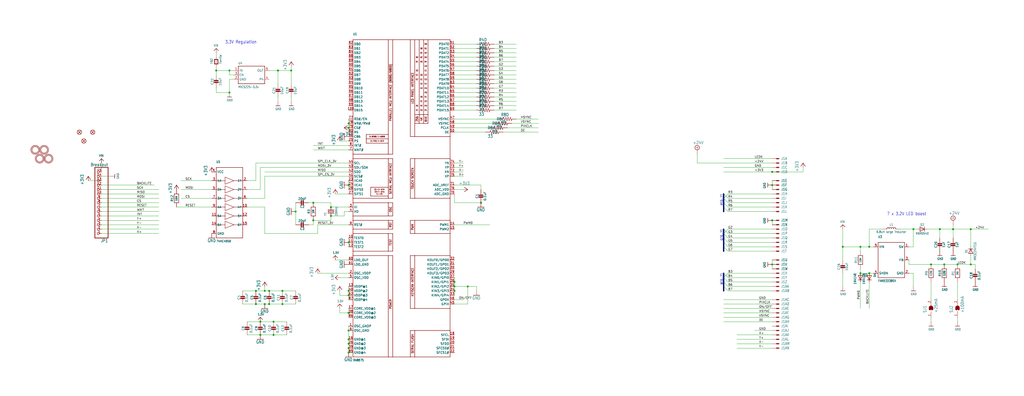
<source format=kicad_sch>
(kicad_sch (version 20230121) (generator eeschema)
  (paper "User" 589.483 228.143)
  (junction (at 200.66 167.64))
  (junction (at 541.02 132.08))
  (junction (at 500.38 142.24))
  (junction (at 180.34 116.84))
  (junction (at 444.5 127))
  (junction (at 444.5 99.06))
  (junction (at 200.66 73.66))
  (junction (at 157.48 185.42))
  (junction (at 485.14 142.24))
  (junction (at 200.66 106.68))
  (junction (at 495.3 142.24))
  (junction (at 167.64 40.64))
  (junction (at 162.56 175.26))
  (junction (at 154.94 167.64))
  (junction (at 558.8 152.4))
  (junction (at 147.32 175.26))
  (junction (at 269.24 165.1))
  (junction (at 261.62 165.1))
  (junction (at 276.86 116.84))
  (junction (at 132.08 53.34))
  (junction (at 154.94 175.26))
  (junction (at 152.4 175.26))
  (junction (at 261.62 162.56))
  (junction (at 200.66 170.18))
  (junction (at 200.66 198.12))
  (junction (at 149.86 193.04))
  (junction (at 200.66 139.7))
  (junction (at 261.62 167.64))
  (junction (at 543.56 152.4))
  (junction (at 558.8 132.08))
  (junction (at 525.78 132.08))
  (junction (at 162.56 167.64))
  (junction (at 551.18 152.4))
  (junction (at 147.32 167.64))
  (junction (at 495.3 157.48))
  (junction (at 444.5 152.4))
  (junction (at 170.18 121.92))
  (junction (at 200.66 71.12))
  (junction (at 152.4 167.64))
  (junction (at 200.66 200.66))
  (junction (at 149.86 185.42))
  (junction (at 444.5 106.68))
  (junction (at 200.66 195.58))
  (junction (at 548.64 132.08))
  (junction (at 160.02 40.64))
  (junction (at 190.5 119.38))
  (junction (at 200.66 190.5))
  (junction (at 124.46 40.64))
  (junction (at 180.34 127))
  (junction (at 200.66 180.34))
  (junction (at 535.94 152.4))
  (junction (at 190.5 124.46))
  (junction (at 200.66 203.2))
  (junction (at 157.48 193.04))
  (junction (at 132.08 40.64))
  (junction (at 500.38 157.48))
  (bus_entry (at 419.1 139.7) (size -2.54 -2.54))
  (bus_entry (at 419.1 160.02) (size -2.54 -2.54))
  (bus_entry (at 419.1 134.62) (size -2.54 -2.54))
  (bus_entry (at 419.1 157.48) (size -2.54 2.54))
  (bus_entry (at 419.1 162.56) (size -2.54 -2.54))
  (bus_entry (at 419.1 119.38) (size -2.54 -2.54))
  (bus_entry (at 419.1 137.16) (size -2.54 -2.54))
  (bus_entry (at 419.1 121.92) (size -2.54 -2.54))
  (bus_entry (at 419.1 144.78) (size -2.54 -2.54))
  (bus_entry (at 419.1 114.3) (size -2.54 -2.54))
  (bus_entry (at 419.1 111.76) (size -2.54 2.54))
  (bus_entry (at 419.1 116.84) (size -2.54 -2.54))
  (bus_entry (at 419.1 142.24) (size -2.54 -2.54))
  (bus_entry (at 419.1 165.1) (size -2.54 -2.54))
  (bus_entry (at 419.1 132.08) (size -2.54 2.54))
  (bus_entry (at 419.1 167.64) (size -2.54 -2.54))
  (wire (pts (xy 190.5 119.38) (xy 200.66 119.38)) (stroke (width 0.1524)))
  (wire (pts (xy 274.32 63.5) (xy 261.62 63.5)) (stroke (width 0.1524)))
  (wire (pts (xy 485.14 142.24) (xy 485.14 149.86)) (stroke (width 0.1524)))
  (wire (pts (xy 444.5 93.98) (xy 401.32 93.98)) (stroke (width 0.1524)))
  (wire (pts (xy 419.1 165.1) (xy 444.5 165.1)) (stroke (width 0.1524)))
  (wire (pts (xy 525.78 132.08) (xy 525.78 142.24)) (stroke (width 0.1524)))
  (bus (pts (xy 416.56 111.76) (xy 416.56 114.3)) (stroke (width 0.762)))
  (bus (pts (xy 416.56 157.48) (xy 416.56 160.02)) (stroke (width 0.762)))
  (wire (pts (xy 152.4 99.06) (xy 200.66 99.06)) (stroke (width 0.1524)))
  (wire (pts (xy 261.62 76.2) (xy 279.4 76.2)) (stroke (width 0.1524)))
  (wire (pts (xy 309.88 71.12) (xy 294.64 71.12)) (stroke (width 0.1524)))
  (wire (pts (xy 266.7 101.6) (xy 261.62 101.6)) (stroke (width 0.1524)))
  (wire (pts (xy 180.34 129.54) (xy 177.8 129.54)) (stroke (width 0.1524)))
  (wire (pts (xy 154.94 167.64) (xy 162.56 167.64)) (stroke (width 0.1524)))
  (wire (pts (xy 149.86 109.22) (xy 149.86 96.52)) (stroke (width 0.1524)))
  (wire (pts (xy 541.02 132.08) (xy 548.64 132.08)) (stroke (width 0.1524)))
  (wire (pts (xy 419.1 142.24) (xy 444.5 142.24)) (stroke (width 0.1524)))
  (wire (pts (xy 292.1 73.66) (xy 309.88 73.66)) (stroke (width 0.1524)))
  (wire (pts (xy 419.1 119.38) (xy 444.5 119.38)) (stroke (width 0.1524)))
  (wire (pts (xy 50.8 104.14) (xy 58.42 104.14)) (stroke (width 0.1524)))
  (wire (pts (xy 124.46 38.1) (xy 124.46 40.64)) (stroke (width 0.1524)))
  (wire (pts (xy 160.02 48.26) (xy 160.02 40.64)) (stroke (width 0.1524)))
  (wire (pts (xy 416.56 99.06) (xy 444.5 99.06)) (stroke (width 0.1524)))
  (wire (pts (xy 58.42 93.98) (xy 58.42 99.06)) (stroke (width 0.1524)))
  (wire (pts (xy 261.62 165.1) (xy 269.24 165.1)) (stroke (width 0.1524)))
  (wire (pts (xy 558.8 152.4) (xy 561.34 152.4)) (stroke (width 0.1524)))
  (bus (pts (xy 416.56 116.84) (xy 416.56 119.38)) (stroke (width 0.762)))
  (wire (pts (xy 266.7 99.06) (xy 261.62 99.06)) (stroke (width 0.1524)))
  (wire (pts (xy 261.62 116.84) (xy 276.86 116.84)) (stroke (width 0.1524)))
  (wire (pts (xy 419.1 121.92) (xy 444.5 121.92)) (stroke (width 0.1524)))
  (wire (pts (xy 274.32 25.4) (xy 261.62 25.4)) (stroke (width 0.1524)))
  (wire (pts (xy 297.18 55.88) (xy 284.48 55.88)) (stroke (width 0.1524)))
  (wire (pts (xy 200.66 200.66) (xy 200.66 203.2)) (stroke (width 0.1524)))
  (wire (pts (xy 274.32 45.72) (xy 261.62 45.72)) (stroke (width 0.1524)))
  (wire (pts (xy 124.46 30.48) (xy 124.46 33.02)) (stroke (width 0.1524)))
  (wire (pts (xy 444.5 180.34) (xy 416.56 180.34)) (stroke (width 0.1524)))
  (wire (pts (xy 170.18 121.92) (xy 170.18 129.54)) (stroke (width 0.1524)))
  (wire (pts (xy 462.28 99.06) (xy 462.28 96.52)) (stroke (width 0.1524)))
  (wire (pts (xy 274.32 43.18) (xy 261.62 43.18)) (stroke (width 0.1524)))
  (wire (pts (xy 274.32 33.02) (xy 261.62 33.02)) (stroke (width 0.1524)))
  (wire (pts (xy 444.5 182.88) (xy 416.56 182.88)) (stroke (width 0.1524)))
  (wire (pts (xy 261.62 162.56) (xy 261.62 165.1)) (stroke (width 0.1524)))
  (wire (pts (xy 58.42 124.46) (xy 91.44 124.46)) (stroke (width 0.1524)))
  (wire (pts (xy 419.1 157.48) (xy 444.5 157.48)) (stroke (width 0.1524)))
  (wire (pts (xy 274.32 55.88) (xy 261.62 55.88)) (stroke (width 0.1524)))
  (wire (pts (xy 147.32 167.64) (xy 152.4 167.64)) (stroke (width 0.1524)))
  (wire (pts (xy 134.62 43.18) (xy 132.08 43.18)) (stroke (width 0.1524)))
  (wire (pts (xy 297.18 60.96) (xy 284.48 60.96)) (stroke (width 0.1524)))
  (wire (pts (xy 444.5 99.06) (xy 462.28 99.06)) (stroke (width 0.1524)))
  (wire (pts (xy 63.5 101.6) (xy 58.42 101.6)) (stroke (width 0.1524)))
  (wire (pts (xy 444.5 96.52) (xy 416.56 96.52)) (stroke (width 0.1524)))
  (wire (pts (xy 200.66 170.18) (xy 200.66 172.72)) (stroke (width 0.1524)))
  (wire (pts (xy 142.24 119.38) (xy 152.4 119.38)) (stroke (width 0.1524)))
  (wire (pts (xy 309.88 68.58) (xy 297.18 68.58)) (stroke (width 0.1524)))
  (wire (pts (xy 200.66 137.16) (xy 200.66 139.7)) (stroke (width 0.1524)))
  (wire (pts (xy 523.24 149.86) (xy 523.24 152.4)) (stroke (width 0.1524)))
  (wire (pts (xy 167.64 55.88) (xy 167.64 58.42)) (stroke (width 0.1524)))
  (wire (pts (xy 180.34 127) (xy 190.5 127)) (stroke (width 0.1524)))
  (wire (pts (xy 535.94 185.42) (xy 535.94 182.88)) (stroke (width 0.1524)))
  (bus (pts (xy 416.56 119.38) (xy 416.56 121.92)) (stroke (width 0.762)))
  (wire (pts (xy 444.5 104.14) (xy 444.5 106.68)) (stroke (width 0.1524)))
  (wire (pts (xy 274.32 50.8) (xy 261.62 50.8)) (stroke (width 0.1524)))
  (wire (pts (xy 154.94 175.26) (xy 162.56 175.26)) (stroke (width 0.1524)))
  (wire (pts (xy 485.14 157.48) (xy 485.14 165.1)) (stroke (width 0.1524)))
  (bus (pts (xy 416.56 114.3) (xy 416.56 116.84)) (stroke (width 0.762)))
  (wire (pts (xy 200.66 195.58) (xy 200.66 198.12)) (stroke (width 0.1524)))
  (wire (pts (xy 297.18 43.18) (xy 284.48 43.18)) (stroke (width 0.1524)))
  (wire (pts (xy 142.24 104.14) (xy 147.32 104.14)) (stroke (width 0.1524)))
  (wire (pts (xy 200.66 180.34) (xy 200.66 182.88)) (stroke (width 0.1524)))
  (wire (pts (xy 195.58 170.18) (xy 200.66 170.18)) (stroke (width 0.1524)))
  (bus (pts (xy 416.56 142.24) (xy 416.56 144.78)) (stroke (width 0.762)))
  (wire (pts (xy 134.62 40.64) (xy 132.08 40.64)) (stroke (width 0.1524)))
  (bus (pts (xy 416.56 134.62) (xy 416.56 137.16)) (stroke (width 0.762)))
  (wire (pts (xy 190.5 127) (xy 190.5 124.46)) (stroke (width 0.1524)))
  (wire (pts (xy 558.8 147.32) (xy 558.8 152.4)) (stroke (width 0.1524)))
  (wire (pts (xy 419.1 132.08) (xy 444.5 132.08)) (stroke (width 0.1524)))
  (wire (pts (xy 152.4 134.62) (xy 182.88 134.62)) (stroke (width 0.1524)))
  (wire (pts (xy 543.56 152.4) (xy 551.18 152.4)) (stroke (width 0.1524)))
  (wire (pts (xy 190.5 116.84) (xy 190.5 119.38)) (stroke (width 0.1524)))
  (wire (pts (xy 200.66 198.12) (xy 200.66 200.66)) (stroke (width 0.1524)))
  (wire (pts (xy 152.4 119.38) (xy 152.4 134.62)) (stroke (width 0.1524)))
  (wire (pts (xy 274.32 165.1) (xy 274.32 167.64)) (stroke (width 0.1524)))
  (wire (pts (xy 200.66 129.54) (xy 182.88 129.54)) (stroke (width 0.1524)))
  (bus (pts (xy 416.56 139.7) (xy 416.56 142.24)) (stroke (width 0.762)))
  (wire (pts (xy 419.1 137.16) (xy 444.5 137.16)) (stroke (width 0.1524)))
  (wire (pts (xy 444.5 175.26) (xy 416.56 175.26)) (stroke (width 0.1524)))
  (wire (pts (xy 134.62 45.72) (xy 132.08 45.72)) (stroke (width 0.1524)))
  (wire (pts (xy 132.08 45.72) (xy 132.08 53.34)) (stroke (width 0.1524)))
  (wire (pts (xy 104.14 114.3) (xy 121.92 114.3)) (stroke (width 0.1524)))
  (wire (pts (xy 167.64 40.64) (xy 167.64 38.1)) (stroke (width 0.1524)))
  (wire (pts (xy 502.92 157.48) (xy 500.38 157.48)) (stroke (width 0.1524)))
  (wire (pts (xy 182.88 134.62) (xy 182.88 129.54)) (stroke (width 0.1524)))
  (wire (pts (xy 177.8 116.84) (xy 180.34 116.84)) (stroke (width 0.1524)))
  (wire (pts (xy 200.66 165.1) (xy 200.66 167.64)) (stroke (width 0.1524)))
  (wire (pts (xy 535.94 172.72) (xy 535.94 162.56)) (stroke (width 0.1524)))
  (wire (pts (xy 500.38 132.08) (xy 508 132.08)) (stroke (width 0.1524)))
  (wire (pts (xy 444.5 129.54) (xy 444.5 127)) (stroke (width 0.1524)))
  (wire (pts (xy 444.5 195.58) (xy 424.18 195.58)) (stroke (width 0.1524)))
  (bus (pts (xy 416.56 132.08) (xy 416.56 134.62)) (stroke (width 0.762)))
  (wire (pts (xy 58.42 106.68) (xy 88.9 106.68)) (stroke (width 0.1524)))
  (wire (pts (xy 444.5 190.5) (xy 434.34 190.5)) (stroke (width 0.1524)))
  (wire (pts (xy 297.18 63.5) (xy 284.48 63.5)) (stroke (width 0.1524)))
  (wire (pts (xy 142.24 109.22) (xy 149.86 109.22)) (stroke (width 0.1524)))
  (wire (pts (xy 261.62 73.66) (xy 281.94 73.66)) (stroke (width 0.1524)))
  (wire (pts (xy 195.58 180.34) (xy 200.66 180.34)) (stroke (width 0.1524)))
  (wire (pts (xy 142.24 185.42) (xy 149.86 185.42)) (stroke (width 0.1524)))
  (wire (pts (xy 58.42 119.38) (xy 91.44 119.38)) (stroke (width 0.1524)))
  (bus (pts (xy 416.56 160.02) (xy 416.56 162.56)) (stroke (width 0.762)))
  (wire (pts (xy 551.18 152.4) (xy 558.8 152.4)) (stroke (width 0.1524)))
  (wire (pts (xy 297.18 58.42) (xy 284.48 58.42)) (stroke (width 0.1524)))
  (wire (pts (xy 274.32 60.96) (xy 261.62 60.96)) (stroke (width 0.1524)))
  (wire (pts (xy 274.32 53.34) (xy 261.62 53.34)) (stroke (width 0.1524)))
  (wire (pts (xy 500.38 142.24) (xy 495.3 142.24)) (stroke (width 0.1524)))
  (wire (pts (xy 200.66 139.7) (xy 200.66 142.24)) (stroke (width 0.1524)))
  (wire (pts (xy 124.46 53.34) (xy 132.08 53.34)) (stroke (width 0.1524)))
  (wire (pts (xy 190.5 124.46) (xy 198.12 124.46)) (stroke (width 0.1524)))
  (wire (pts (xy 297.18 50.8) (xy 284.48 50.8)) (stroke (width 0.1524)))
  (wire (pts (xy 419.1 116.84) (xy 444.5 116.84)) (stroke (width 0.1524)))
  (wire (pts (xy 261.62 172.72) (xy 266.7 172.72)) (stroke (width 0.1524)))
  (wire (pts (xy 200.66 167.64) (xy 200.66 170.18)) (stroke (width 0.1524)))
  (wire (pts (xy 195.58 177.8) (xy 195.58 180.34)) (stroke (width 0.1524)))
  (wire (pts (xy 152.4 167.64) (xy 154.94 167.64)) (stroke (width 0.1524)))
  (wire (pts (xy 551.18 162.56) (xy 551.18 172.72)) (stroke (width 0.1524)))
  (wire (pts (xy 261.62 111.76) (xy 261.62 116.84)) (stroke (width 0.1524)))
  (wire (pts (xy 162.56 175.26) (xy 170.18 175.26)) (stroke (width 0.1524)))
  (wire (pts (xy 485.14 142.24) (xy 485.14 132.08)) (stroke (width 0.1524)))
  (wire (pts (xy 261.62 68.58) (xy 287.02 68.58)) (stroke (width 0.1524)))
  (wire (pts (xy 160.02 55.88) (xy 160.02 58.42)) (stroke (width 0.1524)))
  (wire (pts (xy 266.7 109.22) (xy 261.62 109.22)) (stroke (width 0.1524)))
  (wire (pts (xy 541.02 137.16) (xy 541.02 132.08)) (stroke (width 0.1524)))
  (wire (pts (xy 58.42 127) (xy 91.44 127)) (stroke (width 0.1524)))
  (bus (pts (xy 416.56 162.56) (xy 416.56 165.1)) (stroke (width 0.762)))
  (wire (pts (xy 142.24 114.3) (xy 152.4 114.3)) (stroke (width 0.1524)))
  (wire (pts (xy 274.32 48.26) (xy 261.62 48.26)) (stroke (width 0.1524)))
  (wire (pts (xy 269.24 165.1) (xy 274.32 165.1)) (stroke (width 0.1524)))
  (wire (pts (xy 274.32 40.64) (xy 261.62 40.64)) (stroke (width 0.1524)))
  (wire (pts (xy 535.94 152.4) (xy 543.56 152.4)) (stroke (width 0.1524)))
  (wire (pts (xy 180.34 116.84) (xy 190.5 116.84)) (stroke (width 0.1524)))
  (wire (pts (xy 124.46 50.8) (xy 124.46 53.34)) (stroke (width 0.1524)))
  (wire (pts (xy 58.42 109.22) (xy 91.44 109.22)) (stroke (width 0.1524)))
  (wire (pts (xy 419.1 111.76) (xy 444.5 111.76)) (stroke (width 0.1524)))
  (wire (pts (xy 548.64 132.08) (xy 558.8 132.08)) (stroke (width 0.1524)))
  (wire (pts (xy 274.32 27.94) (xy 261.62 27.94)) (stroke (width 0.1524)))
  (wire (pts (xy 419.1 160.02) (xy 444.5 160.02)) (stroke (width 0.1524)))
  (wire (pts (xy 200.66 104.14) (xy 200.66 106.68)) (stroke (width 0.1524)))
  (wire (pts (xy 200.66 111.76) (xy 193.04 111.76)) (stroke (width 0.1524)))
  (wire (pts (xy 182.88 157.48) (xy 200.66 157.48)) (stroke (width 0.1524)))
  (wire (pts (xy 147.32 93.98) (xy 200.66 93.98)) (stroke (width 0.1524)))
  (wire (pts (xy 500.38 162.56) (xy 500.38 177.8)) (stroke (width 0.1524)))
  (wire (pts (xy 274.32 35.56) (xy 261.62 35.56)) (stroke (width 0.1524)))
  (wire (pts (xy 533.4 132.08) (xy 541.02 132.08)) (stroke (width 0.1524)))
  (wire (pts (xy 444.5 200.66) (xy 424.18 200.66)) (stroke (width 0.1524)))
  (wire (pts (xy 495.3 144.78) (xy 495.3 142.24)) (stroke (width 0.1524)))
  (wire (pts (xy 266.7 96.52) (xy 261.62 96.52)) (stroke (width 0.1524)))
  (wire (pts (xy 558.8 142.24) (xy 558.8 132.08)) (stroke (width 0.1524)))
  (wire (pts (xy 276.86 106.68) (xy 276.86 109.22)) (stroke (width 0.1524)))
  (wire (pts (xy 297.18 40.64) (xy 284.48 40.64)) (stroke (width 0.1524)))
  (wire (pts (xy 419.1 162.56) (xy 444.5 162.56)) (stroke (width 0.1524)))
  (wire (pts (xy 269.24 175.26) (xy 269.24 165.1)) (stroke (width 0.1524)))
  (wire (pts (xy 152.4 114.3) (xy 152.4 101.6)) (stroke (width 0.1524)))
  (wire (pts (xy 139.7 175.26) (xy 147.32 175.26)) (stroke (width 0.1524)))
  (wire (pts (xy 444.5 172.72) (xy 416.56 172.72)) (stroke (width 0.1524)))
  (wire (pts (xy 58.42 129.54) (xy 91.44 129.54)) (stroke (width 0.1524)))
  (wire (pts (xy 444.5 198.12) (xy 424.18 198.12)) (stroke (width 0.1524)))
  (wire (pts (xy 124.46 40.64) (xy 124.46 43.18)) (stroke (width 0.1524)))
  (wire (pts (xy 500.38 157.48) (xy 495.3 157.48)) (stroke (width 0.1524)))
  (wire (pts (xy 58.42 114.3) (xy 91.44 114.3)) (stroke (width 0.1524)))
  (wire (pts (xy 200.66 71.12) (xy 200.66 73.66)) (stroke (width 0.1524)))
  (wire (pts (xy 200.66 83.82) (xy 180.34 83.82)) (stroke (width 0.1524)))
  (bus (pts (xy 416.56 165.1) (xy 416.56 167.64)) (stroke (width 0.762)))
  (wire (pts (xy 147.32 175.26) (xy 152.4 175.26)) (stroke (width 0.1524)))
  (wire (pts (xy 195.58 167.64) (xy 195.58 170.18)) (stroke (width 0.1524)))
  (wire (pts (xy 297.18 27.94) (xy 284.48 27.94)) (stroke (width 0.1524)))
  (wire (pts (xy 266.7 93.98) (xy 261.62 93.98)) (stroke (width 0.1524)))
  (wire (pts (xy 261.62 71.12) (xy 284.48 71.12)) (stroke (width 0.1524)))
  (wire (pts (xy 132.08 40.64) (xy 124.46 40.64)) (stroke (width 0.1524)))
  (wire (pts (xy 561.34 152.4) (xy 561.34 154.94)) (stroke (width 0.1524)))
  (wire (pts (xy 274.32 30.48) (xy 261.62 30.48)) (stroke (width 0.1524)))
  (wire (pts (xy 419.1 114.3) (xy 444.5 114.3)) (stroke (width 0.1524)))
  (wire (pts (xy 152.4 101.6) (xy 200.66 101.6)) (stroke (width 0.1524)))
  (wire (pts (xy 180.34 86.36) (xy 200.66 86.36)) (stroke (width 0.1524)))
  (wire (pts (xy 180.34 127) (xy 180.34 129.54)) (stroke (width 0.1524)))
  (wire (pts (xy 297.18 45.72) (xy 284.48 45.72)) (stroke (width 0.1524)))
  (wire (pts (xy 195.58 160.02) (xy 200.66 160.02)) (stroke (width 0.1524)))
  (wire (pts (xy 157.48 185.42) (xy 165.1 185.42)) (stroke (width 0.1524)))
  (wire (pts (xy 200.66 68.58) (xy 200.66 71.12)) (stroke (width 0.1524)))
  (wire (pts (xy 149.86 96.52) (xy 200.66 96.52)) (stroke (width 0.1524)))
  (wire (pts (xy 525.78 157.48) (xy 525.78 165.1)) (stroke (width 0.1524)))
  (wire (pts (xy 419.1 134.62) (xy 444.5 134.62)) (stroke (width 0.1524)))
  (wire (pts (xy 157.48 193.04) (xy 149.86 193.04)) (stroke (width 0.1524)))
  (wire (pts (xy 500.38 142.24) (xy 500.38 132.08)) (stroke (width 0.1524)))
  (wire (pts (xy 551.18 182.88) (xy 551.18 185.42)) (stroke (width 0.1524)))
  (wire (pts (xy 525.78 132.08) (xy 528.32 132.08)) (stroke (width 0.1524)))
  (wire (pts (xy 444.5 154.94) (xy 444.5 152.4)) (stroke (width 0.1524)))
  (bus (pts (xy 416.56 137.16) (xy 416.56 139.7)) (stroke (width 0.762)))
  (wire (pts (xy 149.86 193.04) (xy 142.24 193.04)) (stroke (width 0.1524)))
  (wire (pts (xy 58.42 134.62) (xy 91.44 134.62)) (stroke (width 0.1524)))
  (wire (pts (xy 121.92 104.14) (xy 104.14 104.14)) (stroke (width 0.1524)))
  (wire (pts (xy 198.12 124.46) (xy 198.12 121.92)) (stroke (width 0.1524)))
  (wire (pts (xy 297.18 35.56) (xy 284.48 35.56)) (stroke (width 0.1524)))
  (wire (pts (xy 200.66 187.96) (xy 200.66 190.5)) (stroke (width 0.1524)))
  (wire (pts (xy 152.4 175.26) (xy 154.94 175.26)) (stroke (width 0.1524)))
  (wire (pts (xy 297.18 25.4) (xy 284.48 25.4)) (stroke (width 0.1524)))
  (wire (pts (xy 157.48 193.04) (xy 165.1 193.04)) (stroke (width 0.1524)))
  (wire (pts (xy 154.94 40.64) (xy 160.02 40.64)) (stroke (width 0.1524)))
  (wire (pts (xy 200.66 177.8) (xy 200.66 180.34)) (stroke (width 0.1524)))
  (wire (pts (xy 495.3 142.24) (xy 485.14 142.24)) (stroke (width 0.1524)))
  (wire (pts (xy 193.04 149.86) (xy 200.66 149.86)) (stroke (width 0.1524)))
  (wire (pts (xy 502.92 142.24) (xy 500.38 142.24)) (stroke (width 0.1524)))
  (wire (pts (xy 261.62 160.02) (xy 261.62 162.56)) (stroke (width 0.1524)))
  (wire (pts (xy 297.18 48.26) (xy 284.48 48.26)) (stroke (width 0.1524)))
  (wire (pts (xy 101.6 119.38) (xy 121.92 119.38)) (stroke (width 0.1524)))
  (wire (pts (xy 495.3 162.56) (xy 495.3 177.8)) (stroke (width 0.1524)))
  (wire (pts (xy 274.32 58.42) (xy 261.62 58.42)) (stroke (width 0.1524)))
  (wire (pts (xy 261.62 129.54) (xy 281.94 129.54)) (stroke (width 0.1524)))
  (wire (pts (xy 104.14 109.22) (xy 121.92 109.22)) (stroke (width 0.1524)))
  (wire (pts (xy 58.42 116.84) (xy 91.44 116.84)) (stroke (width 0.1524)))
  (wire (pts (xy 419.1 144.78) (xy 444.5 144.78)) (stroke (width 0.1524)))
  (wire (pts (xy 548.64 137.16) (xy 548.64 132.08)) (stroke (width 0.1524)))
  (wire (pts (xy 525.78 142.24) (xy 523.24 142.24)) (stroke (width 0.1524)))
  (wire (pts (xy 297.18 33.02) (xy 284.48 33.02)) (stroke (width 0.1524)))
  (wire (pts (xy 261.62 165.1) (xy 261.62 167.64)) (stroke (width 0.1524)))
  (wire (pts (xy 58.42 111.76) (xy 91.44 111.76)) (stroke (width 0.1524)))
  (wire (pts (xy 518.16 132.08) (xy 525.78 132.08)) (stroke (width 0.1524)))
  (wire (pts (xy 444.5 185.42) (xy 416.56 185.42)) (stroke (width 0.1524)))
  (wire (pts (xy 152.4 165.1) (xy 152.4 167.64)) (stroke (width 0.1524)))
  (wire (pts (xy 200.66 73.66) (xy 200.66 76.2)) (stroke (width 0.1524)))
  (wire (pts (xy 147.32 104.14) (xy 147.32 93.98)) (stroke (width 0.1524)))
  (wire (pts (xy 200.66 190.5) (xy 200.66 195.58)) (stroke (width 0.1524)))
  (wire (pts (xy 297.18 53.34) (xy 284.48 53.34)) (stroke (width 0.1524)))
  (wire (pts (xy 523.24 157.48) (xy 525.78 157.48)) (stroke (width 0.1524)))
  (wire (pts (xy 195.58 81.28) (xy 200.66 81.28)) (stroke (width 0.1524)))
  (wire (pts (xy 132.08 43.18) (xy 132.08 40.64)) (stroke (width 0.1524)))
  (wire (pts (xy 495.3 157.48) (xy 495.3 154.94)) (stroke (width 0.1524)))
  (wire (pts (xy 309.88 76.2) (xy 289.56 76.2)) (stroke (width 0.1524)))
  (wire (pts (xy 444.5 193.04) (xy 424.18 193.04)) (stroke (width 0.1524)))
  (wire (pts (xy 139.7 167.64) (xy 147.32 167.64)) (stroke (width 0.1524)))
  (wire (pts (xy 558.8 132.08) (xy 568.96 132.08)) (stroke (width 0.1524)))
  (wire (pts (xy 444.5 91.44) (xy 416.56 91.44)) (stroke (width 0.1524)))
  (wire (pts (xy 261.62 167.64) (xy 261.62 170.18)) (stroke (width 0.1524)))
  (wire (pts (xy 200.66 106.68) (xy 200.66 109.22)) (stroke (width 0.1524)))
  (wire (pts (xy 444.5 177.8) (xy 416.56 177.8)) (stroke (width 0.1524)))
  (wire (pts (xy 162.56 167.64) (xy 170.18 167.64)) (stroke (width 0.1524)))
  (wire (pts (xy 419.1 167.64) (xy 444.5 167.64)) (stroke (width 0.1524)))
  (wire (pts (xy 160.02 40.64) (xy 167.64 40.64)) (stroke (width 0.1524)))
  (wire (pts (xy 419.1 139.7) (xy 444.5 139.7)) (stroke (width 0.1524)))
  (wire (pts (xy 297.18 30.48) (xy 284.48 30.48)) (stroke (width 0.1524)))
  (wire (pts (xy 149.86 185.42) (xy 157.48 185.42)) (stroke (width 0.1524)))
  (wire (pts (xy 297.18 38.1) (xy 284.48 38.1)) (stroke (width 0.1524)))
  (wire (pts (xy 170.18 116.84) (xy 170.18 121.92)) (stroke (width 0.1524)))
  (wire (pts (xy 444.5 106.68) (xy 444.5 109.22)) (stroke (width 0.1524)))
  (wire (pts (xy 198.12 121.92) (xy 200.66 121.92)) (stroke (width 0.1524)))
  (wire (pts (xy 261.62 175.26) (xy 269.24 175.26)) (stroke (width 0.1524)))
  (wire (pts (xy 401.32 88.9) (xy 401.32 93.98)) (stroke (width 0.1524)))
  (wire (pts (xy 548.64 129.54) (xy 548.64 132.08)) (stroke (width 0.1524)))
  (wire (pts (xy 58.42 121.92) (xy 91.44 121.92)) (stroke (width 0.1524)))
  (wire (pts (xy 444.5 152.4) (xy 444.5 149.86)) (stroke (width 0.1524)))
  (wire (pts (xy 261.62 106.68) (xy 276.86 106.68)) (stroke (width 0.1524)))
  (wire (pts (xy 523.24 152.4) (xy 535.94 152.4)) (stroke (width 0.1524)))
  (wire (pts (xy 167.64 40.64) (xy 167.64 48.26)) (stroke (width 0.1524)))
  (wire (pts (xy 274.32 38.1) (xy 261.62 38.1)) (stroke (width 0.1524)))
  (wire (pts (xy 58.42 132.08) (xy 91.44 132.08)) (stroke (width 0.1524)))
  (text "3.3V Regulation" (at 129.54 25.4 0) (effects (font (size 1.778 1.5113)) (justify left bottom)))
  (text "7 x 3.2V LED boost" (at 510.54 124.46 0) (effects (font (size 1.778 1.5113)) (justify left bottom)))
  (label "CS" (at 78.74 116.84 0) (effects (font (size 1.2446 1.2446))))
  (label "HSYNC" (at 299.72 68.58 0) (effects (font (size 1.2446 1.2446))))
  (label "SPI_CS_3V" (at 182.88 101.6 0) (effects (font (size 1.2446 1.2446))))
  (label "DE" (at 299.72 76.2 0) (effects (font (size 1.2446 1.2446))))
  (label "+24V" (at 434.34 93.98 0) (effects (font (size 1.2446 1.2446))))
  (label "R4" (at 287.02 55.88 0) (effects (font (size 1.2446 1.2446))))
  (label "INT" (at 182.88 83.82 0) (effects (font (size 1.2446 1.2446))))
  (label "G7" (at 287.02 50.8 0) (effects (font (size 1.2446 1.2446))))
  (label "G5" (at 419.1 139.7 0) (effects (font (size 1.2446 1.2446))))
  (label "X+" (at 78.74 134.62 0) (effects (font (size 1.2446 1.2446))))
  (label "X+" (at 264.16 101.6 0) (effects (font (size 1.2446 1.2446))))
  (label "RESET_3V" (at 182.88 129.54 0) (effects (font (size 1.2446 1.2446))))
  (label "+24V" (at 561.34 132.08 0) (effects (font (size 1.2446 1.2446))))
  (label "G5" (at 287.02 45.72 0) (effects (font (size 1.2446 1.2446))))
  (label "B3" (at 419.1 157.48 0) (effects (font (size 1.2446 1.2446))))
  (label "R6" (at 419.1 119.38 0) (effects (font (size 1.2446 1.2446))))
  (label "X-" (at 436.88 198.12 0) (effects (font (size 1.2446 1.2446))))
  (label "R[0..7]" (at 416.56 111.76 270) (effects (font (size 1.2446 1.2446))))
  (label "BACKLITE" (at 500.38 175.26 90) (effects (font (size 1.2446 1.2446))))
  (label "G4" (at 287.02 43.18 0) (effects (font (size 1.2446 1.2446))))
  (label "B7" (at 419.1 167.64 0) (effects (font (size 1.2446 1.2446))))
  (label "LEDK" (at 434.34 91.44 0) (effects (font (size 1.2446 1.2446))))
  (label "G[0..7]" (at 416.56 132.08 270) (effects (font (size 1.2446 1.2446))))
  (label "G7" (at 419.1 144.78 0) (effects (font (size 1.2446 1.2446))))
  (label "Y+" (at 78.74 127 0) (effects (font (size 1.2446 1.2446))))
  (label "GND" (at 436.88 172.72 0) (effects (font (size 1.2446 1.2446))))
  (label "GND" (at 436.88 190.5 0) (effects (font (size 1.2446 1.2446))))
  (label "Y-" (at 264.16 93.98 0) (effects (font (size 1.2446 1.2446))))
  (label "R7" (at 419.1 121.92 0) (effects (font (size 1.2446 1.2446))))
  (label "B3" (at 287.02 25.4 0) (effects (font (size 1.2446 1.2446))))
  (label "G6" (at 287.02 48.26 0) (effects (font (size 1.2446 1.2446))))
  (label "WAIT" (at 78.74 121.92 0) (effects (font (size 1.2446 1.2446))))
  (label "Y+" (at 436.88 195.58 0) (effects (font (size 1.2446 1.2446))))
  (label "R3" (at 287.02 53.34 0) (effects (font (size 1.2446 1.2446))))
  (label "B4" (at 419.1 160.02 0) (effects (font (size 1.2446 1.2446))))
  (label "G2" (at 287.02 38.1 0) (effects (font (size 1.2446 1.2446))))
  (label "R6" (at 287.02 60.96 0) (effects (font (size 1.2446 1.2446))))
  (label "G3" (at 419.1 134.62 0) (effects (font (size 1.2446 1.2446))))
  (label "G4" (at 419.1 137.16 0) (effects (font (size 1.2446 1.2446))))
  (label "VSYNC" (at 436.88 182.88 0) (effects (font (size 1.2446 1.2446))))
  (label "X-" (at 264.16 99.06 0) (effects (font (size 1.2446 1.2446))))
  (label "G2" (at 419.1 132.08 0) (effects (font (size 1.2446 1.2446))))
  (label "MOSI" (at 78.74 114.3 0) (effects (font (size 1.2446 1.2446))))
  (label "R3" (at 419.1 111.76 0) (effects (font (size 1.2446 1.2446))))
  (label "MISO" (at 78.74 111.76 0) (effects (font (size 1.2446 1.2446))))
  (label "SCK" (at 78.74 109.22 0) (effects (font (size 1.2446 1.2446))))
  (label "B6" (at 287.02 33.02 0) (effects (font (size 1.2446 1.2446))))
  (label "ON/OFF" (at 264.16 172.72 0) (effects (font (size 1.2446 1.2446))))
  (label "B5" (at 419.1 162.56 0) (effects (font (size 1.2446 1.2446))))
  (label "Y+" (at 264.16 96.52 0) (effects (font (size 1.2446 1.2446))))
  (label "VSYNC" (at 299.72 71.12 0) (effects (font (size 1.2446 1.2446))))
  (label "Y-" (at 436.88 200.66 0) (effects (font (size 1.2446 1.2446))))
  (label "GND" (at 434.34 96.52 0) (effects (font (size 1.2446 1.2446))))
  (label "R4" (at 419.1 114.3 0) (effects (font (size 1.2446 1.2446))))
  (label "WAIT" (at 182.88 86.36 0) (effects (font (size 1.2446 1.2446))))
  (label "B5" (at 287.02 30.48 0) (effects (font (size 1.2446 1.2446))))
  (label "X+" (at 436.88 193.04 0) (effects (font (size 1.2446 1.2446))))
  (label "+3V3" (at 434.34 99.06 0) (effects (font (size 1.2446 1.2446))))
  (label "R5" (at 287.02 58.42 0) (effects (font (size 1.2446 1.2446))))
  (label "HSYNC" (at 436.88 180.34 0) (effects (font (size 1.2446 1.2446))))
  (label "PIXCLK" (at 436.88 175.26 0) (effects (font (size 1.2446 1.2446))))
  (label "INT" (at 78.74 124.46 0) (effects (font (size 1.2446 1.2446))))
  (label "R5" (at 419.1 116.84 0) (effects (font (size 1.2446 1.2446))))
  (label "B[0..7]" (at 416.56 157.48 270) (effects (font (size 1.2446 1.2446))))
  (label "R7" (at 287.02 63.5 0) (effects (font (size 1.2446 1.2446))))
  (label "PIXCLK" (at 299.72 73.66 0) (effects (font (size 1.2446 1.2446))))
  (label "PWM0" (at 495.3 172.72 90) (effects (font (size 1.2446 1.2446))))
  (label "PWM0" (at 266.7 129.54 0) (effects (font (size 1.2446 1.2446))))
  (label "X-" (at 78.74 132.08 0) (effects (font (size 1.2446 1.2446))))
  (label "MOSI_3V" (at 182.88 96.52 0) (effects (font (size 1.2446 1.2446))))
  (label "G6" (at 419.1 142.24 0) (effects (font (size 1.2446 1.2446))))
  (label "ON/OFF" (at 436.88 177.8 0) (effects (font (size 1.2446 1.2446))))
  (label "B7" (at 287.02 35.56 0) (effects (font (size 1.2446 1.2446))))
  (label "MOSI" (at 106.68 109.22 0) (effects (font (size 1.2446 1.2446))))
  (label "RESET" (at 106.68 119.38 0) (effects (font (size 1.2446 1.2446))))
  (label "CS" (at 106.68 114.3 0) (effects (font (size 1.2446 1.2446))))
  (label "BACKLITE" (at 78.74 106.68 0) (effects (font (size 1.2446 1.2446))))
  (label "B6" (at 419.1 165.1 0) (effects (font (size 1.2446 1.2446))))
  (label "G3" (at 287.02 40.64 0) (effects (font (size 1.2446 1.2446))))
  (label "DE" (at 436.88 185.42 0) (effects (font (size 1.2446 1.2446))))
  (label "MISO" (at 182.88 99.06 0) (effects (font (size 1.2446 1.2446))))
  (label "B4" (at 287.02 27.94 0) (effects (font (size 1.2446 1.2446))))
  (label "RESET" (at 78.74 119.38 0) (effects (font (size 1.2446 1.2446))))
  (label "SCK" (at 106.68 104.14 0) (effects (font (size 1.2446 1.2446))))
  (label "LEDK" (at 551.18 152.4 0) (effects (font (size 1.2446 1.2446))))
  (label "Y-" (at 78.74 129.54 0) (effects (font (size 1.2446 1.2446))))
  (label "SPI_CLK_3V" (at 182.88 93.98 0) (effects (font (size 1.2446 1.2446))))
  (symbol (lib_id "working-eagle-import:RESISTOR_4PACK_US") (at 279.4 30.48 0) (unit 2)
    (property "Reference" "R4" (at 275.59 28.9814 0) (effects (font (size 1.778 1.5113)) (justify left bottom)))
    (property "Value" "33" (at 275.59 33.782 0) (effects (font (size 1.778 1.5113)) (justify left bottom)))
    (property "Footprint" "working:RESPACK_4X0603" (effects hide))
  )
  (symbol (lib_id "working-eagle-import:+24V") (at 401.32 86.36 0) (unit 1)
    (property "Reference" "#SUPPLY4" (effects hide))
    (property "Value" "+24V" (at 398.78 83.185 0) (effects (font (size 1.778 1.5113)) (justify left bottom)))
  )
  (symbol (lib_id "working-eagle-import:CAP_CERAMIC0805-NOOUTLINE") (at 165.1 190.5 0) (unit 1)
    (property "Reference" "C12" (at 162.81 189.25 90))
    (property "Value" "0.1uF" (at 167.4 189.25 90))
    (property "Footprint" "working:0805-NO" (effects hide))
  )
  (symbol (lib_id "working-eagle-import:supply1_GND") (at 198.12 152.4 270) (unit 1)
    (property "Reference" "#GND2" (effects hide))
    (property "Value" "GND" (at 195.58 149.86 0) (effects (font (size 1.778 1.5113)) (justify left bottom)))
  )
  (symbol (lib_id "working-eagle-import:+3V3") (at 167.64 35.56 0) (unit 1)
    (property "Reference" "#+3V12" (effects hide))
    (property "Value" "+3V3" (at 165.1 40.64 90) (effects (font (size 1.778 1.5113)) (justify left bottom)))
  )
  (symbol (lib_id "working-eagle-import:40PINFPC4-1734839-0") (at 447.04 187.96 0) (unit 35)
    (property "Reference" "J1" (at 449.58 188.722 0) (effects (font (size 1.524 1.2954)) (justify left bottom)))
    (property "Value" "40PINFPC4-1734839-0" (effects hide))
    (property "Footprint" "working:4-1734839-0" (effects hide))
  )
  (symbol (lib_id "working-eagle-import:40PINFPC4-1734839-0") (at 447.04 162.56 0) (unit 26)
    (property "Reference" "J1" (at 449.58 163.322 0) (effects (font (size 1.524 1.2954)) (justify left bottom)))
    (property "Value" "40PINFPC4-1734839-0" (effects hide))
    (property "Footprint" "working:4-1734839-0" (effects hide))
  )
  (symbol (lib_id "working-eagle-import:supply1_GND") (at 167.64 121.92 270) (unit 1)
    (property "Reference" "#GND7" (effects hide))
    (property "Value" "GND" (at 165.1 119.38 0) (effects (font (size 1.778 1.5113)) (justify left bottom)))
  )
  (symbol (lib_id "working-eagle-import:RESISTOR_4PACK_US") (at 279.4 38.1 0) (unit 3)
    (property "Reference" "R5" (at 275.59 36.6014 0) (effects (font (size 1.778 1.5113)) (justify left bottom)))
    (property "Value" "33" (at 275.59 41.402 0) (effects (font (size 1.778 1.5113)) (justify left bottom)))
    (property "Footprint" "working:RESPACK_4X0603" (effects hide))
  )
  (symbol (lib_id "working-eagle-import:supply1_GND") (at 200.66 205.74 0) (unit 1)
    (property "Reference" "#GND1" (effects hide))
    (property "Value" "GND" (at 198.12 208.28 0) (effects (font (size 1.778 1.5113)) (justify left bottom)))
  )
  (symbol (lib_id "working-eagle-import:+3V3") (at 50.8 101.6 0) (unit 1)
    (property "Reference" "#+3V8" (effects hide))
    (property "Value" "+3V3" (at 48.26 106.68 90) (effects (font (size 1.778 1.5113)) (justify left bottom)))
  )
  (symbol (lib_id "working-eagle-import:1.5V") (at 193.04 160.02 90) (unit 1)
    (property "Reference" "#U$2" (effects hide))
    (property "Value" "1.5V" (at 192.024 161.544 0) (effects (font (size 1.27 1.0795)) (justify left bottom)))
  )
  (symbol (lib_id "working-eagle-import:RESISTOR_0805MP") (at 535.94 157.48 90) (unit 1)
    (property "Reference" "R9" (at 533.4 157.48 0))
    (property "Value" "12Ω" (at 535.94 157.48 0) (effects (font (size 1.016 1.016) bold)))
    (property "Footprint" "working:_0805MP" (effects hide))
  )
  (symbol (lib_id "working-eagle-import:+24V") (at 548.64 127 0) (unit 1)
    (property "Reference" "#SUPPLY3" (effects hide))
    (property "Value" "+24V" (at 546.1 123.825 0) (effects (font (size 1.778 1.5113)) (justify left bottom)))
  )
  (symbol (lib_id "working-eagle-import:+3V3") (at 195.58 165.1 0) (unit 1)
    (property "Reference" "#+3V2" (effects hide))
    (property "Value" "+3V3" (at 193.04 170.18 90) (effects (font (size 1.778 1.5113)) (justify left bottom)))
  )
  (symbol (lib_id "working-eagle-import:RESISTOR_4PACK_US") (at 279.4 35.56 0) (unit 4)
    (property "Reference" "R5" (at 275.59 34.0614 0) (effects (font (size 1.778 1.5113)) (justify left bottom)))
    (property "Value" "33" (at 275.59 38.862 0) (effects (font (size 1.778 1.5113)) (justify left bottom)))
    (property "Footprint" "working:RESPACK_4X0603" (effects hide))
  )
  (symbol (lib_id "working-eagle-import:RESISTOR_4PACK_US") (at 279.4 48.26 0) (unit 3)
    (property "Reference" "R6" (at 275.59 46.7614 0) (effects (font (size 1.778 1.5113)) (justify left bottom)))
    (property "Value" "33" (at 275.59 51.562 0) (effects (font (size 1.778 1.5113)) (justify left bottom)))
    (property "Footprint" "working:RESPACK_4X0603" (effects hide))
  )
  (symbol (lib_id "working-eagle-import:GND") (at 541.02 147.32 0) (unit 1)
    (property "Reference" "#U$10" (effects hide))
    (property "Value" "GND" (at 539.496 149.86 0) (effects (font (size 1.27 1.0795)) (justify left bottom)))
  )
  (symbol (lib_id "working-eagle-import:40PINFPC4-1734839-0") (at 447.04 137.16 0) (unit 17)
    (property "Reference" "J1" (at 449.58 137.922 0) (effects (font (size 1.524 1.2954)) (justify left bottom)))
    (property "Value" "40PINFPC4-1734839-0" (effects hide))
    (property "Footprint" "working:4-1734839-0" (effects hide))
  )
  (symbol (lib_id "working-eagle-import:40PINFPC4-1734839-0") (at 447.04 182.88 0) (unit 33)
    (property "Reference" "J1" (at 449.58 183.642 0) (effects (font (size 1.524 1.2954)) (justify left bottom)))
    (property "Value" "40PINFPC4-1734839-0" (effects hide))
    (property "Footprint" "working:4-1734839-0" (effects hide))
  )
  (symbol (lib_id "working-eagle-import:RESISTOR_4PACK_US") (at 279.4 45.72 0) (unit 4)
    (property "Reference" "R6" (at 275.59 44.2214 0) (effects (font (size 1.778 1.5113)) (justify left bottom)))
    (property "Value" "33" (at 275.59 49.022 0) (effects (font (size 1.778 1.5113)) (justify left bottom)))
    (property "Footprint" "working:RESPACK_4X0603" (effects hide))
  )
  (symbol (lib_id "working-eagle-import:+3V3") (at 269.24 109.22 270) (unit 1)
    (property "Reference" "#+3V3" (effects hide))
    (property "Value" "+3V3" (at 264.16 106.68 90) (effects (font (size 1.778 1.5113)) (justify left bottom)))
  )
  (symbol (lib_id "working-eagle-import:FAN5331") (at 513.08 149.86 0) (unit 1)
    (property "Reference" "U3" (at 505.46 137.16 0) (effects (font (size 1.27 1.0795)) (justify left bottom)))
    (property "Value" "FAN5333BSX" (at 505.46 162.56 0) (effects (font (size 1.27 1.0795)) (justify left bottom)))
    (property "Footprint" "working:SOT23-5@1" (effects hide))
  )
  (symbol (lib_id "working-eagle-import:supply1_GND") (at 198.12 139.7 270) (unit 1)
    (property "Reference" "#GND5" (effects hide))
    (property "Value" "GND" (at 195.58 137.16 0) (effects (font (size 1.778 1.5113)) (justify left bottom)))
  )
  (symbol (lib_id "working-eagle-import:RESISTOR_4PACK_US") (at 279.4 53.34 0) (unit 1)
    (property "Reference" "R6" (at 275.59 51.8414 0) (effects (font (size 1.778 1.5113)) (justify left bottom)))
    (property "Value" "33" (at 275.59 56.642 0) (effects (font (size 1.778 1.5113)) (justify left bottom)))
    (property "Footprint" "working:RESPACK_4X0603" (effects hide))
  )
  (symbol (lib_id "working-eagle-import:40PINFPC4-1734839-0") (at 447.04 190.5 0) (unit 36)
    (property "Reference" "J1" (at 449.58 191.262 0) (effects (font (size 1.524 1.2954)) (justify left bottom)))
    (property "Value" "40PINFPC4-1734839-0" (effects hide))
    (property "Footprint" "working:4-1734839-0" (effects hide))
  )
  (symbol (lib_id "working-eagle-import:40PINFPC4-1734839-0") (at 447.04 144.78 0) (unit 20)
    (property "Reference" "J1" (at 449.58 145.542 0) (effects (font (size 1.524 1.2954)) (justify left bottom)))
    (property "Value" "40PINFPC4-1734839-0" (effects hide))
    (property "Footprint" "working:4-1734839-0" (effects hide))
  )
  (symbol (lib_id "working-eagle-import:CAP_CERAMIC_0805MP") (at 485.14 154.94 0) (unit 1)
    (property "Reference" "C16" (at 482.85 153.69 90))
    (property "Value" "10uF" (at 487.44 153.69 90))
    (property "Footprint" "working:_0805MP" (effects hide))
  )
  (symbol (lib_id "working-eagle-import:supply1_GND") (at 198.12 78.74 270) (unit 1)
    (property "Reference" "#GND8" (effects hide))
    (property "Value" "GND" (at 195.58 76.2 0) (effects (font (size 1.778 1.5113)) (justify left bottom)))
  )
  (symbol (lib_id "working-eagle-import:+3V3") (at 195.58 78.74 0) (unit 1)
    (property "Reference" "#+3V1" (effects hide))
    (property "Value" "+3V3" (at 193.04 83.82 90) (effects (font (size 1.778 1.5113)) (justify left bottom)))
  )
  (symbol (lib_id "working-eagle-import:DIODESOD-323F") (at 500.38 160.02 270) (unit 1)
    (property "Reference" "D4" (at 502.92 157.48 0) (effects (font (size 1.27 1.0795)) (justify left bottom)))
    (property "Value" "1N4148" (at 496.57 157.48 0) (effects (font (size 1.27 1.0795)) (justify left bottom)))
    (property "Footprint" "working:SOD-323F" (effects hide))
  )
  (symbol (lib_id "working-eagle-import:GND") (at 66.04 101.6 90) (unit 1)
    (property "Reference" "#U$27" (effects hide))
    (property "Value" "GND" (at 68.58 103.124 0) (effects (font (size 1.27 1.0795)) (justify left bottom)))
  )
  (symbol (lib_id "working-eagle-import:40PINFPC4-1734839-0") (at 447.04 139.7 0) (unit 18)
    (property "Reference" "J1" (at 449.58 140.462 0) (effects (font (size 1.524 1.2954)) (justify left bottom)))
    (property "Value" "40PINFPC4-1734839-0" (effects hide))
    (property "Footprint" "working:4-1734839-0" (effects hide))
  )
  (symbol (lib_id "working-eagle-import:1.5V") (at 195.58 175.26 0) (unit 1)
    (property "Reference" "#U$1" (effects hide))
    (property "Value" "1.5V" (at 194.056 174.244 0) (effects (font (size 1.27 1.0795)) (justify left bottom)))
  )
  (symbol (lib_id "working-eagle-import:GND") (at 525.78 167.64 0) (unit 1)
    (property "Reference" "#U$13" (effects hide))
    (property "Value" "GND" (at 524.256 170.18 0) (effects (font (size 1.27 1.0795)) (justify left bottom)))
  )
  (symbol (lib_id "working-eagle-import:supply1_GND") (at 149.86 195.58 0) (unit 1)
    (property "Reference" "#GND10" (effects hide))
    (property "Value" "GND" (at 147.32 198.12 0) (effects (font (size 1.778 1.5113)) (justify left bottom)))
  )
  (symbol (lib_id "working-eagle-import:1.5V") (at 149.86 182.88 0) (unit 1)
    (property "Reference" "#U$4" (effects hide))
    (property "Value" "1.5V" (at 148.336 181.864 0) (effects (font (size 1.27 1.0795)) (justify left bottom)))
  )
  (symbol (lib_id "working-eagle-import:40PINFPC4-1734839-0") (at 447.04 99.06 0) (unit 4)
    (property "Reference" "J1" (at 449.58 99.822 0) (effects (font (size 1.524 1.2954)) (justify left bottom)))
    (property "Value" "40PINFPC4-1734839-0" (effects hide))
    (property "Footprint" "working:4-1734839-0" (effects hide))
  )
  (symbol (lib_id "working-eagle-import:SOLDERJUMPER") (at 535.94 177.8 90) (unit 1)
    (property "Reference" "SJ1" (at 533.4 180.34 0) (effects (font (size 1.778 1.5113)) (justify left bottom)))
    (property "Value" "+25mA" (at 539.75 180.34 0) (effects (font (size 1.778 1.5113)) (justify left bottom)))
    (property "Footprint" "working:SOLDERJUMPER_ARROW_NOPASTE" (effects hide))
  )
  (symbol (lib_id "working-eagle-import:40PINFPC4-1734839-0") (at 447.04 114.3 0) (unit 9)
    (property "Reference" "J1" (at 449.58 115.062 0) (effects (font (size 1.524 1.2954)) (justify left bottom)))
    (property "Value" "40PINFPC4-1734839-0" (effects hide))
    (property "Footprint" "working:4-1734839-0" (effects hide))
  )
  (symbol (lib_id "working-eagle-import:40PINFPC4-1734839-0") (at 447.04 193.04 0) (unit 37)
    (property "Reference" "J1" (at 449.58 193.802 0) (effects (font (size 1.524 1.2954)) (justify left bottom)))
    (property "Value" "40PINFPC4-1734839-0" (effects hide))
    (property "Footprint" "working:4-1734839-0" (effects hide))
  )
  (symbol (lib_id "working-eagle-import:+3V3") (at 101.6 106.68 0) (unit 1)
    (property "Reference" "#+3V13" (effects hide))
    (property "Value" "+3V3" (at 99.06 111.76 90) (effects (font (size 1.778 1.5113)) (justify left bottom)))
  )
  (symbol (lib_id "working-eagle-import:40PINFPC4-1734839-0") (at 447.04 106.68 0) (unit 6)
    (property "Reference" "J1" (at 449.58 107.442 0) (effects (font (size 1.524 1.2954)) (justify left bottom)))
    (property "Value" "40PINFPC4-1734839-0" (effects hide))
    (property "Footprint" "working:4-1734839-0" (effects hide))
  )
  (symbol (lib_id "working-eagle-import:GND") (at 551.18 187.96 0) (unit 1)
    (property "Reference" "#U$28" (effects hide))
    (property "Value" "GND" (at 549.656 190.5 0) (effects (font (size 1.27 1.0795)) (justify left bottom)))
  )
  (symbol (lib_id "working-eagle-import:CAP_CERAMIC0805-NOOUTLINE") (at 139.7 172.72 0) (unit 1)
    (property "Reference" "C4" (at 137.41 171.47 90))
    (property "Value" "0.1uF" (at 142 171.47 90))
    (property "Footprint" "working:0805-NO" (effects hide))
  )
  (symbol (lib_id "working-eagle-import:RESISTOR0805_NOOUTLINE") (at 180.34 121.92 90) (unit 1)
    (property "Reference" "R3" (at 177.8 121.92 0))
    (property "Value" "1M" (at 180.34 121.92 0) (effects (font (size 1.016 1.016) bold)))
    (property "Footprint" "working:0805-NO" (effects hide))
  )
  (symbol (lib_id "working-eagle-import:RESISTOR_4PACK_US") (at 287.02 73.66 0) (unit 2)
    (property "Reference" "R8" (at 283.21 72.1614 0) (effects (font (size 1.778 1.5113)) (justify left bottom)))
    (property "Value" "33" (at 283.21 76.962 0) (effects (font (size 1.778 1.5113)) (justify left bottom)))
    (property "Footprint" "working:RESPACK_4X0603" (effects hide))
  )
  (symbol (lib_id "working-eagle-import:GND") (at 535.94 187.96 0) (unit 1)
    (property "Reference" "#U$17" (effects hide))
    (property "Value" "GND" (at 534.416 190.5 0) (effects (font (size 1.27 1.0795)) (justify left bottom)))
  )
  (symbol (lib_id "working-eagle-import:40PINFPC4-1734839-0") (at 447.04 157.48 0) (unit 24)
    (property "Reference" "J1" (at 449.58 158.242 0) (effects (font (size 1.524 1.2954)) (justify left bottom)))
    (property "Value" "40PINFPC4-1734839-0" (effects hide))
    (property "Footprint" "working:4-1734839-0" (effects hide))
  )
  (symbol (lib_id "working-eagle-import:supply1_GND") (at 198.12 106.68 270) (unit 1)
    (property "Reference" "#GND11" (effects hide))
    (property "Value" "GND" (at 195.58 104.14 0) (effects (font (size 1.778 1.5113)) (justify left bottom)))
  )
  (symbol (lib_id "working-eagle-import:CAP_CERAMIC0805-NOOUTLINE") (at 175.26 129.54 90) (unit 1)
    (property "Reference" "C3" (at 174.01 131.83 90))
    (property "Value" "20pF" (at 174.01 127.24 90))
    (property "Footprint" "working:0805-NO" (effects hide))
  )
  (symbol (lib_id "working-eagle-import:1.5V") (at 193.04 147.32 0) (unit 1)
    (property "Reference" "#U$3" (effects hide))
    (property "Value" "1.5V" (at 191.516 146.304 0) (effects (font (size 1.27 1.0795)) (justify left bottom)))
  )
  (symbol (lib_id "working-eagle-import:40PINFPC4-1734839-0") (at 447.04 93.98 0) (unit 2)
    (property "Reference" "J1" (at 449.58 94.742 0) (effects (font (size 1.524 1.2954)) (justify left bottom)))
    (property "Value" "40PINFPC4-1734839-0" (effects hide))
    (property "Footprint" "working:4-1734839-0" (effects hide))
  )
  (symbol (lib_id "working-eagle-import:40PINFPC4-1734839-0") (at 447.04 172.72 0) (unit 29)
    (property "Reference" "J1" (at 449.58 173.482 0) (effects (font (size 1.524 1.2954)) (justify left bottom)))
    (property "Value" "40PINFPC4-1734839-0" (effects hide))
    (property "Footprint" "working:4-1734839-0" (effects hide))
  )
  (symbol (lib_id "working-eagle-import:CAP_CERAMIC0805-NOOUTLINE") (at 276.86 114.3 0) (unit 1)
    (property "Reference" "C1" (at 274.57 113.05 90))
    (property "Value" "0.1uF" (at 279.16 113.05 90))
    (property "Footprint" "working:0805-NO" (effects hide))
  )
  (symbol (lib_id "working-eagle-import:CAP_CERAMIC0805-NOOUTLINE") (at 157.48 190.5 0) (unit 1)
    (property "Reference" "C10" (at 155.19 189.25 90))
    (property "Value" "0.1uF" (at 159.78 189.25 90))
    (property "Footprint" "working:0805-NO" (effects hide))
  )
  (symbol (lib_id "working-eagle-import:RESISTOR_4PACK_US") (at 279.4 27.94 0) (unit 3)
    (property "Reference" "R4" (at 275.59 26.4414 0) (effects (font (size 1.778 1.5113)) (justify left bottom)))
    (property "Value" "33" (at 275.59 31.242 0) (effects (font (size 1.778 1.5113)) (justify left bottom)))
    (property "Footprint" "working:RESPACK_4X0603" (effects hide))
  )
  (symbol (lib_id "working-eagle-import:DIODESOD-323F") (at 495.3 160.02 270) (unit 1)
    (property "Reference" "D3" (at 497.84 157.48 0) (effects (font (size 1.27 1.0795)) (justify left bottom)))
    (property "Value" "1N4148" (at 491.49 157.48 0) (effects (font (size 1.27 1.0795)) (justify left bottom)))
    (property "Footprint" "working:SOD-323F" (effects hide))
  )
  (symbol (lib_id "working-eagle-import:RESISTOR_0805MP") (at 495.3 149.86 90) (unit 1)
    (property "Reference" "R11" (at 492.76 149.86 0))
    (property "Value" "10K" (at 495.3 149.86 0) (effects (font (size 1.016 1.016) bold)))
    (property "Footprint" "working:_0805MP" (effects hide))
  )
  (symbol (lib_id "working-eagle-import:CAP_CERAMIC0805-NOOUTLINE") (at 162.56 172.72 0) (unit 1)
    (property "Reference" "C11" (at 160.27 171.47 90))
    (property "Value" "0.1uF" (at 164.86 171.47 90))
    (property "Footprint" "working:0805-NO" (effects hide))
  )
  (symbol (lib_id "working-eagle-import:40PINFPC4-1734839-0") (at 447.04 129.54 0) (unit 14)
    (property "Reference" "J1" (at 449.58 130.302 0) (effects (font (size 1.524 1.2954)) (justify left bottom)))
    (property "Value" "40PINFPC4-1734839-0" (effects hide))
    (property "Footprint" "working:4-1734839-0" (effects hide))
  )
  (symbol (lib_id "working-eagle-import:FIDUCIAL{dblquote}{dblquote}") (at 53.34 76.2 0) (unit 1)
    (property "Reference" "FID3" (effects hide))
    (property "Value" "FIDUCIAL{dblquote}{dblquote}" (effects hide))
    (property "Footprint" "working:FIDUCIAL_1MM" (effects hide))
  )
  (symbol (lib_id "working-eagle-import:CAP_CERAMIC_0805MP") (at 548.64 142.24 0) (unit 1)
    (property "Reference" "C17" (at 546.35 140.99 90))
    (property "Value" "1uF" (at 550.94 140.99 90))
    (property "Footprint" "working:_0805MP" (effects hide))
  )
  (symbol (lib_id "working-eagle-import:+3V3") (at 462.28 93.98 0) (unit 1)
    (property "Reference" "#+3V11" (effects hide))
    (property "Value" "+3V3" (at 459.74 99.06 90) (effects (font (size 1.778 1.5113)) (justify left bottom)))
  )
  (symbol (lib_id "working-eagle-import:MOUNTINGHOLE2.5") (at 27.94 91.44 0) (unit 1)
    (property "Reference" "U$24" (effects hide))
    (property "Value" "MOUNTINGHOLE2.5" (effects hide))
    (property "Footprint" "working:MOUNTINGHOLE_2.5_PLATED" (effects hide))
  )
  (symbol (lib_id "working-eagle-import:40PINFPC4-1734839-0") (at 447.04 177.8 0) (unit 31)
    (property "Reference" "J1" (at 449.58 178.562 0) (effects (font (size 1.524 1.2954)) (justify left bottom)))
    (property "Value" "40PINFPC4-1734839-0" (effects hide))
    (property "Footprint" "working:4-1734839-0" (effects hide))
  )
  (symbol (lib_id "working-eagle-import:GND") (at 543.56 165.1 0) (unit 1)
    (property "Reference" "#U$11" (effects hide))
    (property "Value" "GND" (at 542.036 167.64 0) (effects (font (size 1.27 1.0795)) (justify left bottom)))
  )
  (symbol (lib_id "working-eagle-import:RESISTOR_4PACK_US") (at 279.4 60.96 0) (unit 2)
    (property "Reference" "R7" (at 275.59 59.4614 0) (effects (font (size 1.778 1.5113)) (justify left bottom)))
    (property "Value" "33" (at 275.59 64.262 0) (effects (font (size 1.778 1.5113)) (justify left bottom)))
    (property "Footprint" "working:RESPACK_4X0603" (effects hide))
  )
  (symbol (lib_id "working-eagle-import:40PINFPC4-1734839-0") (at 447.04 175.26 0) (unit 30)
    (property "Reference" "J1" (at 449.58 176.022 0) (effects (font (size 1.524 1.2954)) (justify left bottom)))
    (property "Value" "40PINFPC4-1734839-0" (effects hide))
    (property "Footprint" "working:4-1734839-0" (effects hide))
  )
  (symbol (lib_id "working-eagle-import:40PINFPC4-1734839-0") (at 447.04 198.12 0) (unit 39)
    (property "Reference" "J1" (at 449.58 198.882 0) (effects (font (size 1.524 1.2954)) (justify left bottom)))
    (property "Value" "40PINFPC4-1734839-0" (effects hide))
    (property "Footprint" "working:4-1734839-0" (effects hide))
  )
  (symbol (lib_id "working-eagle-import:74HC4050D") (at 132.08 116.84 0) (unit 1)
    (property "Reference" "U5" (at 124.46 93.98 0) (effects (font (size 1.27 1.0795)) (justify left bottom)))
    (property "Value" "74HC4050" (at 124.46 139.7 0) (effects (font (size 1.27 1.0795)) (justify left bottom)))
    (property "Footprint" "working:SOIC16" (effects hide))
  )
  (symbol (lib_id "working-eagle-import:RESISTOR_4PACK_US") (at 279.4 58.42 0) (unit 3)
    (property "Reference" "R7" (at 275.59 56.9214 0) (effects (font (size 1.778 1.5113)) (justify left bottom)))
    (property "Value" "33" (at 275.59 61.722 0) (effects (font (size 1.778 1.5113)) (justify left bottom)))
    (property "Footprint" "working:RESPACK_4X0603" (effects hide))
  )
  (symbol (lib_id "working-eagle-import:MOUNTINGHOLE2.5") (at 20.32 86.36 0) (unit 1)
    (property "Reference" "U$23" (effects hide))
    (property "Value" "MOUNTINGHOLE2.5" (effects hide))
    (property "Footprint" "working:MOUNTINGHOLE_2.5_PLATED" (effects hide))
  )
  (symbol (lib_id "working-eagle-import:MOUNTINGHOLE2.5") (at 25.4 86.36 0) (unit 1)
    (property "Reference" "U$22" (effects hide))
    (property "Value" "MOUNTINGHOLE2.5" (effects hide))
    (property "Footprint" "working:MOUNTINGHOLE_2.5_PLATED" (effects hide))
  )
  (symbol (lib_id "working-eagle-import:DIODESMA") (at 558.8 144.78 90) (unit 1)
    (property "Reference" "D1" (at 556.26 144.78 0) (effects (font (size 1.27 1.0795))))
    (property "Value" "MM3Z24VT1G" (at 561.3 144.78 0) (effects (font (size 1.27 1.0795))))
    (property "Footprint" "working:SMADIODE" (effects hide))
  )
  (symbol (lib_id "working-eagle-import:GND") (at 485.14 167.64 0) (unit 1)
    (property "Reference" "#U$12" (effects hide))
    (property "Value" "GND" (at 483.616 170.18 0) (effects (font (size 1.27 1.0795)) (justify left bottom)))
  )
  (symbol (lib_id "working-eagle-import:RESISTOR_4PACK_US") (at 279.4 25.4 0) (unit 4)
    (property "Reference" "R4" (at 275.59 23.9014 0) (effects (font (size 1.778 1.5113)) (justify left bottom)))
    (property "Value" "33" (at 275.59 28.702 0) (effects (font (size 1.778 1.5113)) (justify left bottom)))
    (property "Footprint" "working:RESPACK_4X0603" (effects hide))
  )
  (symbol (lib_id "working-eagle-import:supply1_GND") (at 274.32 170.18 0) (unit 1)
    (property "Reference" "#GND4" (effects hide))
    (property "Value" "GND" (at 271.78 172.72 0) (effects (font (size 1.778 1.5113)) (justify left bottom)))
  )
  (symbol (lib_id "working-eagle-import:40PINFPC4-1734839-0") (at 447.04 180.34 0) (unit 32)
    (property "Reference" "J1" (at 449.58 181.102 0) (effects (font (size 1.524 1.2954)) (justify left bottom)))
    (property "Value" "40PINFPC4-1734839-0" (effects hide))
    (property "Footprint" "working:4-1734839-0" (effects hide))
  )
  (symbol (lib_id "working-eagle-import:GND") (at 548.64 147.32 0) (unit 1)
    (property "Reference" "#U$5" (effects hide))
    (property "Value" "GND" (at 547.116 149.86 0) (effects (font (size 1.27 1.0795)) (justify left bottom)))
  )
  (symbol (lib_id "working-eagle-import:CAP_CERAMIC0805-NOOUTLINE") (at 154.94 172.72 0) (unit 1)
    (property "Reference" "C6" (at 152.65 171.47 90))
    (property "Value" "0.1uF" (at 157.24 171.47 90))
    (property "Footprint" "working:0805-NO" (effects hide))
  )
  (symbol (lib_id "working-eagle-import:40PINFPC4-1734839-0") (at 447.04 134.62 0) (unit 16)
    (property "Reference" "J1" (at 449.58 135.382 0) (effects (font (size 1.524 1.2954)) (justify left bottom)))
    (property "Value" "40PINFPC4-1734839-0" (effects hide))
    (property "Footprint" "working:4-1734839-0" (effects hide))
  )
  (symbol (lib_id "working-eagle-import:40PINFPC4-1734839-0") (at 447.04 104.14 0) (unit 5)
    (property "Reference" "J1" (at 449.58 104.902 0) (effects (font (size 1.524 1.2954)) (justify left bottom)))
    (property "Value" "40PINFPC4-1734839-0" (effects hide))
    (property "Footprint" "working:4-1734839-0" (effects hide))
  )
  (symbol (lib_id "working-eagle-import:MOUNTINGHOLE2.5") (at 22.86 91.44 0) (unit 1)
    (property "Reference" "U$21" (effects hide))
    (property "Value" "MOUNTINGHOLE2.5" (effects hide))
    (property "Footprint" "working:MOUNTINGHOLE_2.5_PLATED" (effects hide))
  )
  (symbol (lib_id "working-eagle-import:RESISTOR0805_NOOUTLINE") (at 101.6 114.3 90) (unit 1)
    (property "Reference" "R12" (at 99.06 114.3 0))
    (property "Value" "10K" (at 101.6 114.3 0) (effects (font (size 1.016 1.016) bold)))
    (property "Footprint" "working:0805-NO" (effects hide))
  )
  (symbol (lib_id "working-eagle-import:40PINFPC4-1734839-0") (at 447.04 132.08 0) (unit 15)
    (property "Reference" "J1" (at 449.58 132.842 0) (effects (font (size 1.524 1.2954)) (justify left bottom)))
    (property "Value" "40PINFPC4-1734839-0" (effects hide))
    (property "Footprint" "working:4-1734839-0" (effects hide))
  )
  (symbol (lib_id "working-eagle-import:+3V3") (at 198.12 73.66 90) (unit 1)
    (property "Reference" "#+3V6" (effects hide))
    (property "Value" "+3V3" (at 203.2 76.2 90) (effects (font (size 1.778 1.5113)) (justify left bottom)))
  )
  (symbol (lib_id "working-eagle-import:40PINFPC4-1734839-0") (at 447.04 91.44 0) (unit 1)
    (property "Reference" "J1" (at 449.58 92.202 0) (effects (font (size 1.524 1.2954)) (justify left bottom)))
    (property "Value" "40PINFPC4-1734839-0" (effects hide))
    (property "Footprint" "working:4-1734839-0" (effects hide))
  )
  (symbol (lib_id "working-eagle-import:CAP_CERAMIC_0805MP") (at 124.46 48.26 0) (unit 1)
    (property "Reference" "C22" (at 122.17 47.01 90))
    (property "Value" "10uF" (at 126.76 47.01 90))
    (property "Footprint" "working:_0805MP" (effects hide))
  )
  (symbol (lib_id "working-eagle-import:VREG_SOT23-5") (at 144.78 43.18 0) (unit 1)
    (property "Reference" "U4" (at 137.16 37.084 0) (effects (font (size 1.27 1.0795)) (justify left bottom)))
    (property "Value" "MIC5225-3.3v" (at 137.16 50.8 0) (effects (font (size 1.27 1.0795)) (justify left bottom)))
    (property "Footprint" "working:SOT23-5" (effects hide))
  )
  (symbol (lib_id "working-eagle-import:FERRITE_0805MP") (at 124.46 35.56 90) (unit 1)
    (property "Reference" "FB2" (at 122.555 36.83 0) (effects (font (size 1.27 1.0795)) (justify left bottom)))
    (property "Value" "Ferrite" (at 127.635 36.83 0) (effects (font (size 1.27 1.0795)) (justify left bottom)))
    (property "Footprint" "working:_0805MP" (effects hide))
  )
  (symbol (lib_id "working-eagle-import:FIDUCIAL{dblquote}{dblquote}") (at 45.72 76.2 0) (unit 1)
    (property "Reference" "FID1" (effects hide))
    (property "Value" "FIDUCIAL{dblquote}{dblquote}" (effects hide))
    (property "Footprint" "working:FIDUCIAL_1MM" (effects hide))
  )
  (symbol (lib_id "working-eagle-import:RESISTOR_4PACK_US") (at 279.4 43.18 0) (unit 1)
    (property "Reference" "R5" (at 275.59 41.6814 0) (effects (font (size 1.778 1.5113)) (justify left bottom)))
    (property "Value" "33" (at 275.59 46.482 0) (effects (font (size 1.778 1.5113)) (justify left bottom)))
    (property "Footprint" "working:RESPACK_4X0603" (effects hide))
  )
  (symbol (lib_id "working-eagle-import:GND") (at 441.96 106.68 270) (unit 1)
    (property "Reference" "#U$15" (effects hide))
    (property "Value" "GND" (at 439.42 105.156 0) (effects (font (size 1.27 1.0795)) (justify left bottom)))
  )
  (symbol (lib_id "working-eagle-import:40PINFPC4-1734839-0") (at 447.04 127 0) (unit 13)
    (property "Reference" "J1" (at 449.58 127.762 0) (effects (font (size 1.524 1.2954)) (justify left bottom)))
    (property "Value" "40PINFPC4-1734839-0" (effects hide))
    (property "Footprint" "working:4-1734839-0" (effects hide))
  )
  (symbol (lib_id "working-eagle-import:GND") (at 160.02 60.96 0) (unit 1)
    (property "Reference" "#U$16" (effects hide))
    (property "Value" "GND" (at 158.496 63.5 0) (effects (font (size 1.27 1.0795)) (justify left bottom)))
  )
  (symbol (lib_id "working-eagle-import:40PINFPC4-1734839-0") (at 447.04 121.92 0) (unit 12)
    (property "Reference" "J1" (at 449.58 122.682 0) (effects (font (size 1.524 1.2954)) (justify left bottom)))
    (property "Value" "40PINFPC4-1734839-0" (effects hide))
    (property "Footprint" "working:4-1734839-0" (effects hide))
  )
  (symbol (lib_id "working-eagle-import:CAP_CERAMIC_0805MP") (at 160.02 53.34 0) (unit 1)
    (property "Reference" "C21" (at 157.73 52.09 90))
    (property "Value" "10µF" (at 162.32 52.09 90))
    (property "Footprint" "working:_0805MP" (effects hide))
  )
  (symbol (lib_id "working-eagle-import:40PINFPC4-1734839-0") (at 447.04 109.22 0) (unit 7)
    (property "Reference" "J1" (at 449.58 109.982 0) (effects (font (size 1.524 1.2954)) (justify left bottom)))
    (property "Value" "40PINFPC4-1734839-0" (effects hide))
    (property "Footprint" "working:4-1734839-0" (effects hide))
  )
  (symbol (lib_id "working-eagle-import:CAP_CERAMIC0805-NOOUTLINE") (at 175.26 116.84 90) (unit 1)
    (property "Reference" "C2" (at 174.01 119.13 90))
    (property "Value" "20pF" (at 174.01 114.54 90))
    (property "Footprint" "working:0805-NO" (effects hide))
  )
  (symbol (lib_id "working-eagle-import:CAP_CERAMIC_0805MP") (at 541.02 142.24 0) (unit 1)
    (property "Reference" "C20" (at 538.73 140.99 90))
    (property "Value" "1uF" (at 543.32 140.99 90))
    (property "Footprint" "working:_0805MP" (effects hide))
  )
  (symbol (lib_id "working-eagle-import:40PINFPC4-1734839-0") (at 447.04 96.52 0) (unit 3)
    (property "Reference" "J1" (at 449.58 97.282 0) (effects (font (size 1.524 1.2954)) (justify left bottom)))
    (property "Value" "40PINFPC4-1734839-0" (effects hide))
    (property "Footprint" "working:4-1734839-0" (effects hide))
  )
  (symbol (lib_id "working-eagle-import:GND") (at 441.96 152.4 270) (unit 1)
    (property "Reference" "#U$9" (effects hide))
    (property "Value" "GND" (at 439.42 150.876 0) (effects (font (size 1.27 1.0795)) (justify left bottom)))
  )
  (symbol (lib_id "working-eagle-import:+3V3") (at 121.92 96.52 0) (unit 1)
    (property "Reference" "#+3V10" (effects hide))
    (property "Value" "+3V3" (at 119.38 101.6 90) (effects (font (size 1.778 1.5113)) (justify left bottom)))
  )
  (symbol (lib_id "working-eagle-import:40PINFPC4-1734839-0") (at 447.04 160.02 0) (unit 25)
    (property "Reference" "J1" (at 449.58 160.782 0) (effects (font (size 1.524 1.2954)) (justify left bottom)))
    (property "Value" "40PINFPC4-1734839-0" (effects hide))
    (property "Footprint" "working:4-1734839-0" (effects hide))
  )
  (symbol (lib_id "working-eagle-import:40PINFPC4-1734839-0") (at 447.04 111.76 0) (unit 8)
    (property "Reference" "J1" (at 449.58 112.522 0) (effects (font (size 1.524 1.2954)) (justify left bottom)))
    (property "Value" "40PINFPC4-1734839-0" (effects hide))
    (property "Footprint" "working:4-1734839-0" (effects hide))
  )
  (symbol (lib_id "working-eagle-import:40PINFPC4-1734839-0") (at 447.04 142.24 0) (unit 19)
    (property "Reference" "J1" (at 449.58 143.002 0) (effects (font (size 1.524 1.2954)) (justify left bottom)))
    (property "Value" "40PINFPC4-1734839-0" (effects hide))
    (property "Footprint" "working:4-1734839-0" (effects hide))
  )
  (symbol (lib_id "working-eagle-import:supply1_GND") (at 152.4 177.8 0) (unit 1)
    (property "Reference" "#GND9" (effects hide))
    (property "Value" "GND" (at 149.86 180.34 0) (effects (font (size 1.778 1.5113)) (justify left bottom)))
  )
  (symbol (lib_id "working-eagle-import:GND") (at 132.08 55.88 0) (unit 1)
    (property "Reference" "#U$19" (effects hide))
    (property "Value" "GND" (at 130.556 58.42 0) (effects (font (size 1.27 1.0795)) (justify left bottom)))
  )
  (symbol (lib_id "working-eagle-import:VIN") (at 58.42 91.44 0) (unit 1)
    (property "Reference" "#U$26" (effects hide))
    (property "Value" "VIN" (at 56.896 90.424 0) (effects (font (size 1.27 1.0795)) (justify left bottom)))
  )
  (symbol (lib_id "working-eagle-import:40PINFPC4-1734839-0") (at 447.04 152.4 0) (unit 22)
    (property "Reference" "J1" (at 449.58 153.162 0) (effects (font (size 1.524 1.2954)) (justify left bottom)))
    (property "Value" "40PINFPC4-1734839-0" (effects hide))
    (property "Footprint" "working:4-1734839-0" (effects hide))
  )
  (symbol (lib_id "working-eagle-import:RESISTOR_0805MP") (at 551.18 157.48 90) (unit 1)
    (property "Reference" "R1" (at 548.64 157.48 0))
    (property "Value" "3Ω" (at 551.18 157.48 0) (effects (font (size 1.016 1.016) bold)))
    (property "Footprint" "working:_0805MP" (effects hide))
  )
  (symbol (lib_id "working-eagle-import:40PINFPC4-1734839-0") (at 447.04 165.1 0) (unit 27)
    (property "Reference" "J1" (at 449.58 165.862 0) (effects (font (size 1.524 1.2954)) (justify left bottom)))
    (property "Value" "40PINFPC4-1734839-0" (effects hide))
    (property "Footprint" "working:4-1734839-0" (effects hide))
  )
  (symbol (lib_id "working-eagle-import:+3V3") (at 193.04 109.22 0) (unit 1)
    (property "Reference" "#+3V9" (effects hide))
    (property "Value" "+3V3" (at 190.5 114.3 90) (effects (font (size 1.778 1.5113)) (justify left bottom)))
  )
  (symbol (lib_id "working-eagle-import:CAP_CERAMIC0805-NOOUTLINE") (at 147.32 172.72 0) (unit 1)
    (property "Reference" "C5" (at 145.03 171.47 90))
    (property "Value" "0.1uF" (at 149.62 171.47 90))
    (property "Footprint" "working:0805-NO" (effects hide))
  )
  (symbol (lib_id "working-eagle-import:CAP_CERAMIC_0805MP") (at 167.64 53.34 0) (unit 1)
    (property "Reference" "C19" (at 165.35 52.09 90))
    (property "Value" "10µF" (at 169.94 52.09 90))
    (property "Footprint" "working:_0805MP" (effects hide))
  )
  (symbol (lib_id "working-eagle-import:40PINFPC4-1734839-0") (at 447.04 167.64 0) (unit 28)
    (property "Reference" "J1" (at 449.58 168.402 0) (effects (font (size 1.524 1.2954)) (justify left bottom)))
    (property "Value" "40PINFPC4-1734839-0" (effects hide))
    (property "Footprint" "working:4-1734839-0" (effects hide))
  )
  (symbol (lib_id "working-eagle-import:RESISTOR_4PACK_US") (at 289.56 71.12 0) (unit 3)
    (property "Reference" "R8" (at 285.75 69.6214 0) (effects (font (size 1.778 1.5113)) (justify left bottom)))
    (property "Value" "33" (at 285.75 74.422 0) (effects (font (size 1.778 1.5113)) (justify left bottom)))
    (property "Footprint" "working:RESPACK_4X0603" (effects hide))
  )
  (symbol (lib_id "working-eagle-import:RESISTOR_4PACK_US") (at 284.48 76.2 0) (unit 1)
    (property "Reference" "R8" (at 280.67 74.7014 0) (effects (font (size 1.778 1.5113)) (justify left bottom)))
    (property "Value" "33" (at 280.67 79.502 0) (effects (font (size 1.778 1.5113)) (justify left bottom)))
    (property "Footprint" "working:RESPACK_4X0603" (effects hide))
  )
  (symbol (lib_id "working-eagle-import:RESISTOR_4PACK_US") (at 279.4 55.88 0) (unit 4)
    (property "Reference" "R7" (at 275.59 54.3814 0) (effects (font (size 1.778 1.5113)) (justify left bottom)))
    (property "Value" "33" (at 275.59 59.182 0) (effects (font (size 1.778 1.5113)) (justify left bottom)))
    (property "Footprint" "working:RESPACK_4X0603" (effects hide))
  )
  (symbol (lib_id "working-eagle-import:+3V3") (at 182.88 154.94 0) (unit 1)
    (property "Reference" "#+3V4" (effects hide))
    (property "Value" "+3V3" (at 180.34 160.02 90) (effects (font (size 1.778 1.5113)) (justify left bottom)))
  )
  (symbol (lib_id "working-eagle-import:RESISTOR_0805MP") (at 543.56 157.48 90) (unit 1)
    (property "Reference" "R10" (at 541.02 157.48 0))
    (property "Value" "12Ω" (at 543.56 157.48 0) (effects (font (size 1.016 1.016) bold)))
    (property "Footprint" "working:_0805MP" (effects hide))
  )
  (symbol (lib_id "working-eagle-import:PINHD-1X15-CB") (at 55.88 116.84 180) (unit 1)
    (property "Reference" "JP1" (at 62.23 137.795 0) (effects (font (size 1.778 1.5113)) (justify left bottom)))
    (property "Value" "Breakout" (at 62.23 93.98 0) (effects (font (size 1.778 1.5113)) (justify left bottom)))
    (property "Footprint" "working:1X15-CB" (effects hide))
  )
  (symbol (lib_id "working-eagle-import:DIODESOD-123") (at 530.86 132.08 0) (unit 1)
    (property "Reference" "D2" (at 530.86 129.54 0) (effects (font (size 1.27 1.0795))))
    (property "Value" "MBR0540" (at 530.86 134.58 0) (effects (font (size 1.27 1.0795))))
    (property "Footprint" "working:SOD-123" (effects hide))
  )
  (symbol (lib_id "working-eagle-import:40PINFPC4-1734839-0") (at 447.04 154.94 0) (unit 23)
    (property "Reference" "J1" (at 449.58 155.702 0) (effects (font (size 1.524 1.2954)) (justify left bottom)))
    (property "Value" "40PINFPC4-1734839-0" (effects hide))
    (property "Footprint" "working:4-1734839-0" (effects hide))
  )
  (symbol (lib_id "working-eagle-import:VIN") (at 485.14 129.54 0) (unit 1)
    (property "Reference" "#U$7" (effects hide))
    (property "Value" "VIN" (at 483.616 128.524 0) (effects (font (size 1.27 1.0795)) (justify left bottom)))
  )
  (symbol (lib_id "working-eagle-import:40PINFPC4-1734839-0") (at 447.04 119.38 0) (unit 11)
    (property "Reference" "J1" (at 449.58 120.142 0) (effects (font (size 1.524 1.2954)) (justify left bottom)))
    (property "Value" "40PINFPC4-1734839-0" (effects hide))
    (property "Footprint" "working:4-1734839-0" (effects hide))
  )
  (symbol (lib_id "working-eagle-import:40PINFPC4-1734839-0") (at 447.04 200.66 0) (unit 40)
    (property "Reference" "J1" (at 449.58 201.422 0) (effects (font (size 1.524 1.2954)) (justify left bottom)))
    (property "Value" "40PINFPC4-1734839-0" (effects hide))
    (property "Footprint" "working:4-1734839-0" (effects hide))
  )
  (symbol (lib_id "working-eagle-import:GND") (at 561.34 165.1 0) (unit 1)
    (property "Reference" "#U$6" (effects hide))
    (property "Value" "GND" (at 559.816 167.64 0) (effects (font (size 1.27 1.0795)) (justify left bottom)))
  )
  (symbol (lib_id "working-eagle-import:RESISTOR_4PACK_US") (at 279.4 40.64 0) (unit 2)
    (property "Reference" "R5" (at 275.59 39.1414 0) (effects (font (size 1.778 1.5113)) (justify left bottom)))
    (property "Value" "33" (at 275.59 43.942 0) (effects (font (size 1.778 1.5113)) (justify left bottom)))
    (property "Footprint" "working:RESPACK_4X0603" (effects hide))
  )
  (symbol (lib_id "working-eagle-import:40PINFPC4-1734839-0") (at 447.04 185.42 0) (unit 34)
    (property "Reference" "J1" (at 449.58 186.182 0) (effects (font (size 1.524 1.2954)) (justify left bottom)))
    (property "Value" "40PINFPC4-1734839-0" (effects hide))
    (property "Footprint" "working:4-1734839-0" (effects hide))
  )
  (symbol (lib_id "working-eagle-import:RESISTOR_4PACK_US") (at 279.4 33.02 0) (unit 1)
    (property "Reference" "R4" (at 275.59 31.5214 0) (effects (font (size 1.778 1.5113)) (justify left bottom)))
    (property "Value" "33" (at 275.59 36.322 0) (effects (font (size 1.778 1.5113)) (justify left bottom)))
    (property "Footprint" "working:RESPACK_4X0603" (effects hide))
  )
  (symbol (lib_id "working-eagle-import:RESISTOR_4PACK_US") (at 292.1 68.58 0) (unit 4)
    (property "Reference" "R8" (at 288.29 67.0814 0) (effects (font (size 1.778 1.5113)) (justify left bottom)))
    (property "Value" "33" (at 288.29 71.882 0) (effects (font (size 1.778 1.5113)) (justify left bottom)))
    (property "Footprint" "working:RESPACK_4X0603" (effects hide))
  )
  (symbol (lib_id "working-eagle-import:GND") (at 441.96 127 270) (unit 1)
    (property "Reference" "#U$14" (effects hide))
    (property "Value" "GND" (at 439.42 125.476 0) (effects (font (size 1.27 1.0795)) (justify left bottom)))
  )
  (symbol (lib_id "working-eagle-import:RESISTOR_4PACK_US") (at 279.4 63.5 0) (unit 1)
    (property "Reference" "R7" (at 275.59 62.0014 0) (effects (font (size 1.778 1.5113)) (justify left bottom)))
    (property "Value" "33" (at 275.59 66.802 0) (effects (font (size 1.778 1.5113)) (justify left bottom)))
    (property "Footprint" "working:RESPACK_4X0603" (effects hide))
  )
  (symbol (lib_id "working-eagle-import:GND") (at 167.64 60.96 0) (unit 1)
    (property "Reference" "#U$8" (effects hide))
    (property "Value" "GND" (at 166.116 63.5 0) (effects (font (size 1.27 1.0795)) (justify left bottom)))
  )
  (symbol (lib_id "working-eagle-import:CAP_CERAMIC0805-NOOUTLINE") (at 170.18 172.72 0) (unit 1)
    (property "Reference" "C7" (at 167.89 171.47 90))
    (property "Value" "0.1uF" (at 172.48 171.47 90))
    (property "Footprint" "working:0805-NO" (effects hide))
  )
  (symbol (lib_id "working-eagle-import:INDUCTORNR5040") (at 513.08 132.08 0) (unit 1)
    (property "Reference" "L1" (at 513.08 129.54 0) (effects (font (size 1.27 1.0795))))
    (property "Value" "6.8uH large inductor" (at 513.08 133.62 0) (effects (font (size 1.27 1.0795))))
    (property "Footprint" "working:INDUCTOR_5X5MM_NR5040_NOTHERMALS" (effects hide))
  )
  (symbol (lib_id "working-eagle-import:CRYSTAL3.2X2.5") (at 190.5 121.92 90) (unit 1)
    (property "Reference" "Y1" (at 187.96 124.46 0) (effects (font (size 1.27 1.0795)) (justify left bottom)))
    (property "Value" "20MHz" (at 194.31 124.46 0) (effects (font (size 1.27 1.0795)) (justify left bottom)))
    (property "Footprint" "working:CRYSTAL_3.2X2.5" (effects hide))
  )
  (symbol (lib_id "working-eagle-import:VIN") (at 124.46 27.94 0) (unit 1)
    (property "Reference" "#U$20" (effects hide))
    (property "Value" "VIN" (at 122.936 26.924 0) (effects (font (size 1.27 1.0795)) (justify left bottom)))
  )
  (symbol (lib_id "working-eagle-import:FIDUCIAL{dblquote}{dblquote}") (at 48.26 81.28 0) (unit 1)
    (property "Reference" "FID2" (effects hide))
    (property "Value" "FIDUCIAL{dblquote}{dblquote}" (effects hide))
    (property "Footprint" "working:FIDUCIAL_1MM" (effects hide))
  )
  (symbol (lib_id "working-eagle-import:40PINFPC4-1734839-0") (at 447.04 116.84 0) (unit 10)
    (property "Reference" "J1" (at 449.58 117.602 0) (effects (font (size 1.524 1.2954)) (justify left bottom)))
    (property "Value" "40PINFPC4-1734839-0" (effects hide))
    (property "Footprint" "working:4-1734839-0" (effects hide))
  )
  (symbol (lib_id "working-eagle-import:supply1_GND") (at 276.86 119.38 0) (unit 1)
    (property "Reference" "#GND3" (effects hide))
    (property "Value" "GND" (at 274.32 121.92 0) (effects (font (size 1.778 1.5113)) (justify left bottom)))
  )
  (symbol (lib_id "working-eagle-import:supply1_GND") (at 121.92 137.16 0) (unit 1)
    (property "Reference" "#GND12" (effects hide))
    (property "Value" "GND" (at 119.38 139.7 0) (effects (font (size 1.778 1.5113)) (justify left bottom)))
  )
  (symbol (lib_id "working-eagle-import:40PINFPC4-1734839-0") (at 447.04 149.86 0) (unit 21)
    (property "Reference" "J1" (at 449.58 150.622 0) (effects (font (size 1.524 1.2954)) (justify left bottom)))
    (property "Value" "40PINFPC4-1734839-0" (effects hide))
    (property "Footprint" "working:4-1734839-0" (effects hide))
  )
  (symbol (lib_id "working-eagle-import:+3V3") (at 152.4 162.56 0) (unit 1)
    (property "Reference" "#+3V7" (effects hide))
    (property "Value" "+3V3" (at 149.86 167.64 90) (effects (font (size 1.778 1.5113)) (justify left bottom)))
  )
  (symbol (lib_id "working-eagle-import:RESISTOR_4PACK_US") (at 279.4 50.8 0) (unit 2)
    (property "Reference" "R6" (at 275.59 49.3014 0) (effects (font (size 1.778 1.5113)) (justify left bottom)))
    (property "Value" "33" (at 275.59 54.102 0) (effects (font (size 1.778 1.5113)) (justify left bottom)))
    (property "Footprint" "working:RESPACK_4X0603" (effects hide))
  )
  (symbol (lib_id "working-eagle-import:CAP_CERAMIC0805-NOOUTLINE") (at 149.86 190.5 0) (unit 1)
    (property "Reference" "C9" (at 147.57 189.25 90))
    (property "Value" "0.1uF" (at 152.16 189.25 90))
    (property "Footprint" "working:0805-NO" (effects hide))
  )
  (symbol (lib_id "working-eagle-import:SOLDERJUMPER") (at 551.18 177.8 90) (unit 1)
    (property "Reference" "SJ2" (at 548.64 180.34 0) (effects (font (size 1.778 1.5113)) (justify left bottom)))
    (property "Value" "+100mA" (at 554.99 180.34 0) (effects (font (size 1.778 1.5113)) (justify left bottom)))
    (property "Footprint" "working:SOLDERJUMPER_ARROW_NOPASTE" (effects hide))
    (property "BOM" "EXCLUDE" (effects hide))
  )
  (symbol (lib_id "working-eagle-import:40PINFPC4-1734839-0") (at 447.04 195.58 0) (unit 38)
    (property "Reference" "J1" (at 449.58 196.342 0) (effects (font (size 1.524 1.2954)) (justify left bottom)))
    (property "Value" "40PINFPC4-1734839-0" (effects hide))
    (property "Footprint" "working:4-1734839-0" (effects hide))
  )
  (symbol (lib_id "working-eagle-import:RA8875") (at 231.14 111.76 0) (unit 1)
    (property "Reference" "U1" (at 203.2 20.32 0) (effects (font (size 1.27 1.0795)) (justify left bottom)))
    (property "Value" "RA8875" (at 203.2 208.28 0) (effects (font (size 1.27 1.0795)) (justify left bottom)))
    (property "Footprint" "working:LQFP100" (effects hide))
  )
  (symbol (lib_id "working-eagle-import:CAP_CERAMIC_0805MP") (at 561.34 160.02 0) (unit 1)
    (property "Reference" "C18" (at 559.05 158.77 90))
    (property "Value" "0.1uF" (at 563.64 158.77 90))
    (property "Footprint" "working:_0805MP" (effects hide))
  )
  (symbol (lib_id "working-eagle-import:CAP_CERAMIC0805-NOOUTLINE") (at 142.24 190.5 0) (unit 1)
    (property "Reference" "C8" (at 139.95 189.25 90))
    (property "Value" "0.1uF" (at 144.54 189.25 90))
    (property "Footprint" "working:0805-NO" (effects hide))
  )
)
</source>
